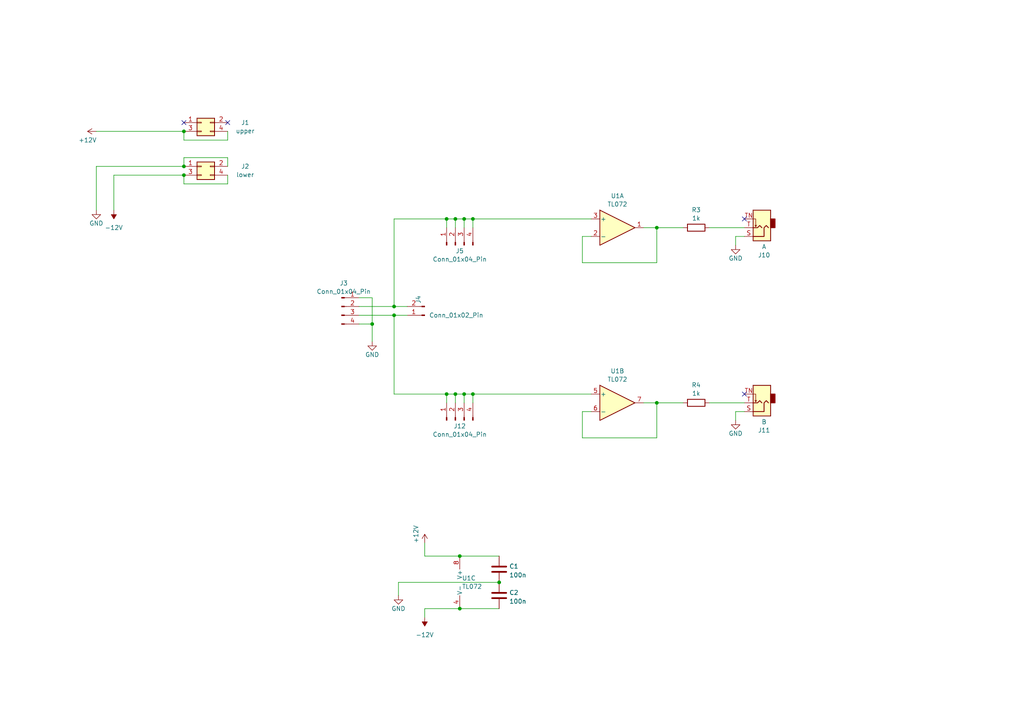
<source format=kicad_sch>
(kicad_sch (version 20230121) (generator eeschema)
  (paper "A4")
  (title_block (title "Eurorack Audio-Output breakout") (date "2023-11-23") (rev "v1") (company "moPsy"))
  (lib_symbols
    (symbol "Amplifier_Operational:TL072" (pin_names (offset 0.127))
      (property "Reference" "U" (at 0 5.08 0))
      (property "Value" "TL072" (at 0 -5.08 0))
      (symbol "TL072_1_1"
        (polyline (pts (xy -5.08 5.08) (xy 5.08 0) (xy -5.08 -5.08) (xy -5.08 5.08)) (stroke (width 0.254)) (fill (type background)))
        (pin output line (at 7.62 0 180) (length 2.54) (name "~") (number "1"))
        (pin input line (at -7.62 -2.54 0) (length 2.54) (name "-") (number "2"))
        (pin input line (at -7.62 2.54 0) (length 2.54) (name "+") (number "3"))
      )
      (symbol "TL072_2_1"
        (polyline (pts (xy -5.08 5.08) (xy 5.08 0) (xy -5.08 -5.08) (xy -5.08 5.08)) (stroke (width 0.254)) (fill (type background)))
        (pin input line (at -7.62 2.54 0) (length 2.54) (name "+") (number "5"))
        (pin input line (at -7.62 -2.54 0) (length 2.54) (name "-") (number "6"))
        (pin output line (at 7.62 0 180) (length 2.54) (name "~") (number "7"))
      )
      (symbol "TL072_3_1"
        (pin power_in line (at -2.54 -7.62 90) (length 3.81) (name "V-") (number "4"))
        (pin power_in line (at -2.54 7.62 270) (length 3.81) (name "V+") (number "8"))
      )
    )
    (symbol "Connector:AudioJack2_Ground_SwitchT"
      (property "Reference" "J?" (at -0.635 8.89 0))
      (property "Value" "IN1" (at -0.635 6.35 0))
      (symbol "AudioJack2_Ground_SwitchT_0_1"
        (rectangle (start -2.54 0) (end -3.81 -2.54) (stroke (width 0.254)) (fill (type outline)))
        (polyline (pts (xy 1.778 -0.254) (xy 2.032 -0.762)))
        (polyline (pts (xy 0 0) (xy 0.635 -0.635) (xy 1.27 0) (xy 2.54 0)) (stroke (width 0.254)))
        (polyline (pts (xy 2.54 -2.54) (xy 1.778 -2.54) (xy 1.778 -0.254) (xy 1.524 -0.762)))
        (polyline (pts (xy 2.54 2.54) (xy -0.635 2.54) (xy -0.635 0) (xy -1.27 -0.635) (xy -1.905 0)) (stroke (width 0.254)))
        (rectangle (start 2.54 3.81) (end -2.54 -5.08) (stroke (width 0.254)) (fill (type background)))
      )
      (symbol "AudioJack2_Ground_SwitchT_1_1"
        (pin passive line (at 5.08 2.54 180) (length 2.54) (name "~") (number "S"))
        (pin passive line (at 5.08 0 180) (length 2.54) (name "~") (number "T"))
        (pin passive line (at 5.08 -2.54 180) (length 2.54) (name "~") (number "TN"))
      )
    )
    (symbol "Connector:Conn_01x02_Pin" (pin_names (offset 1.016) hide)
      (property "Reference" "J" (at 0 2.54 0))
      (property "Value" "Conn_01x02_Pin" (at 0 -5.08 0))
      (symbol "Conn_01x02_Pin_1_1"
        (polyline (pts (xy 1.27 -2.54) (xy 0.8636 -2.54)) (stroke (width 0.1524)))
        (polyline (pts (xy 1.27 0) (xy 0.8636 0)) (stroke (width 0.1524)))
        (rectangle (start 0.8636 -2.413) (end 0 -2.667) (stroke (width 0.1524)) (fill (type outline)))
        (rectangle (start 0.8636 0.127) (end 0 -0.127) (stroke (width 0.1524)) (fill (type outline)))
        (pin passive line (at 5.08 0 180) (length 3.81) (name "Pin_1") (number "1"))
        (pin passive line (at 5.08 -2.54 180) (length 3.81) (name "Pin_2") (number "2"))
      )
    )
    (symbol "Connector:Conn_01x04_Pin" (pin_names (offset 1.016) hide)
      (property "Reference" "J" (at 0 5.08 0))
      (property "Value" "Conn_01x04_Pin" (at 0 -7.62 0))
      (symbol "Conn_01x04_Pin_1_1"
        (polyline (pts (xy 1.27 -5.08) (xy 0.8636 -5.08)) (stroke (width 0.1524)))
        (polyline (pts (xy 1.27 -2.54) (xy 0.8636 -2.54)) (stroke (width 0.1524)))
        (polyline (pts (xy 1.27 0) (xy 0.8636 0)) (stroke (width 0.1524)))
        (polyline (pts (xy 1.27 2.54) (xy 0.8636 2.54)) (stroke (width 0.1524)))
        (rectangle (start 0.8636 -4.953) (end 0 -5.207) (stroke (width 0.1524)) (fill (type outline)))
        (rectangle (start 0.8636 -2.413) (end 0 -2.667) (stroke (width 0.1524)) (fill (type outline)))
        (rectangle (start 0.8636 0.127) (end 0 -0.127) (stroke (width 0.1524)) (fill (type outline)))
        (rectangle (start 0.8636 2.667) (end 0 2.413) (stroke (width 0.1524)) (fill (type outline)))
        (pin passive line (at 5.08 2.54 180) (length 3.81) (name "Pin_1") (number "1"))
        (pin passive line (at 5.08 0 180) (length 3.81) (name "Pin_2") (number "2"))
        (pin passive line (at 5.08 -2.54 180) (length 3.81) (name "Pin_3") (number "3"))
        (pin passive line (at 5.08 -5.08 180) (length 3.81) (name "Pin_4") (number "4"))
      )
    )
    (symbol "Connector_Generic:Conn_02x02_Odd_Even" (pin_names (offset 1.016) hide)
      (property "Reference" "J" (at 1.27 2.54 0))
      (property "Value" "Conn_02x02_Odd_Even" (at 1.27 -5.08 0))
      (symbol "Conn_02x02_Odd_Even_1_1"
        (rectangle (start -1.27 -2.413) (end 0 -2.667) (stroke (width 0.1524)))
        (rectangle (start -1.27 0.127) (end 0 -0.127) (stroke (width 0.1524)))
        (rectangle (start -1.27 1.27) (end 3.81 -3.81) (stroke (width 0.254)) (fill (type background)))
        (rectangle (start 3.81 -2.413) (end 2.54 -2.667) (stroke (width 0.1524)))
        (rectangle (start 3.81 0.127) (end 2.54 -0.127) (stroke (width 0.1524)))
        (pin passive line (at -5.08 0 0) (length 3.81) (name "Pin_1") (number "1"))
        (pin passive line (at 7.62 0 180) (length 3.81) (name "Pin_2") (number "2"))
        (pin passive line (at -5.08 -2.54 0) (length 3.81) (name "Pin_3") (number "3"))
        (pin passive line (at 7.62 -2.54 180) (length 3.81) (name "Pin_4") (number "4"))
      )
    )
    (symbol "Device:C" (pin_numbers hide) (pin_names (offset 0.254))
      (property "Reference" "C" (at 0.635 2.54 0))
      (property "Value" "C" (at 0.635 -2.54 0))
      (symbol "C_0_1"
        (polyline (pts (xy -2.032 -0.762) (xy 2.032 -0.762)) (stroke (width 0.508)))
        (polyline (pts (xy -2.032 0.762) (xy 2.032 0.762)) (stroke (width 0.508)))
      )
      (symbol "C_1_1"
        (pin passive line (at 0 3.81 270) (length 2.794) (name "~") (number "1"))
        (pin passive line (at 0 -3.81 90) (length 2.794) (name "~") (number "2"))
      )
    )
    (symbol "Device:R" (pin_numbers hide) (pin_names (offset 0))
      (property "Reference" "R" (at 2.032 0 90))
      (property "Value" "R" (at 0 0 90))
      (symbol "R_0_1"
        (rectangle (start -1.016 -2.54) (end 1.016 2.54) (stroke (width 0.254)))
      )
      (symbol "R_1_1"
        (pin passive line (at 0 3.81 270) (length 1.27) (name "~") (number "1"))
        (pin passive line (at 0 -3.81 90) (length 1.27) (name "~") (number "2"))
      )
    )
    (symbol "power:+12V" (power) (pin_names (offset 0))
      (property "Value" "+12V" (at 0 3.556 0))
      (symbol "+12V_0_1"
        (polyline (pts (xy -0.762 1.27) (xy 0 2.54)))
        (polyline (pts (xy 0 0) (xy 0 2.54)))
        (polyline (pts (xy 0 2.54) (xy 0.762 1.27)))
      )
      (symbol "+12V_1_1"
        (pin power_in line (at 0 0 90) (length 0) hide (name "+12V") (number "1"))
      )
    )
    (symbol "power:-12V" (power) (pin_names (offset 0))
      (property "Value" "-12V" (at 0 3.81 0))
      (symbol "-12V_0_0"
        (pin power_in line (at 0 0 90) (length 0) hide (name "-12V") (number "1"))
      )
      (symbol "-12V_0_1"
        (polyline (pts (xy 0 0) (xy 0 1.27) (xy 0.762 1.27) (xy 0 2.54) (xy -0.762 1.27) (xy 0 1.27)) (fill (type outline)))
      )
    )
    (symbol "power:GND" (power) (pin_names (offset 0))
      (property "Value" "GND" (at 0 -3.81 0))
      (symbol "GND_0_1"
        (polyline (pts (xy 0 0) (xy 0 -1.27) (xy 1.27 -1.27) (xy 0 -2.54) (xy -1.27 -1.27) (xy 0 -1.27)))
      )
      (symbol "GND_1_1"
        (pin power_in line (at 0 0 270) (length 0) hide (name "GND") (number "1"))
      )
    )
  )
  (junction (at 107.95 93.98))
  (junction (at 134.62 63.5))
  (junction (at 114.3 88.9))
  (junction (at 134.62 114.3))
  (junction (at 114.3 91.44))
  (junction (at 129.54 63.5))
  (junction (at 129.54 114.3))
  (junction (at 132.08 63.5))
  (junction (at 132.08 114.3))
  (junction (at 53.34 48.26))
  (junction (at 53.34 50.8))
  (junction (at 53.34 38.1))
  (junction (at 133.35 161.29))
  (junction (at 190.5 116.84))
  (junction (at 137.16 63.5))
  (junction (at 133.35 176.53))
  (junction (at 190.5 66.04))
  (junction (at 144.78 168.91))
  (junction (at 137.16 114.3))
  (no_connect (at 215.9 63.5))
  (no_connect (at 66.04 35.56))
  (no_connect (at 215.9 114.3))
  (no_connect (at 53.34 35.56))
  (wire (pts (xy 114.3 91.44) (xy 118.11 91.44)))
  (wire (pts (xy 66.04 38.1) (xy 66.04 40.64)))
  (wire (pts (xy 114.3 114.3) (xy 129.54 114.3)))
  (wire (pts (xy 132.08 63.5) (xy 134.62 63.5)))
  (wire (pts (xy 66.04 45.72) (xy 53.34 45.72)))
  (wire (pts (xy 123.19 176.53) (xy 133.35 176.53)))
  (wire (pts (xy 213.36 119.38) (xy 213.36 121.92)))
  (wire (pts (xy 190.5 66.04) (xy 190.5 76.2)))
  (wire (pts (xy 168.91 68.58) (xy 171.45 68.58)))
  (wire (pts (xy 190.5 116.84) (xy 190.5 127)))
  (wire (pts (xy 104.14 86.36) (xy 107.95 86.36)))
  (wire (pts (xy 190.5 116.84) (xy 198.12 116.84)))
  (wire (pts (xy 215.9 68.58) (xy 213.36 68.58)))
  (wire (pts (xy 115.57 172.72) (xy 115.57 168.91)))
  (wire (pts (xy 33.02 60.96) (xy 33.02 50.8)))
  (wire (pts (xy 27.94 38.1) (xy 53.34 38.1)))
  (wire (pts (xy 215.9 119.38) (xy 213.36 119.38)))
  (wire (pts (xy 114.3 88.9) (xy 118.11 88.9)))
  (wire (pts (xy 66.04 48.26) (xy 66.04 45.72)))
  (wire (pts (xy 190.5 127) (xy 168.91 127)))
  (wire (pts (xy 168.91 119.38) (xy 171.45 119.38)))
  (wire (pts (xy 104.14 88.9) (xy 114.3 88.9)))
  (wire (pts (xy 129.54 114.3) (xy 129.54 116.84)))
  (wire (pts (xy 129.54 63.5) (xy 132.08 63.5)))
  (wire (pts (xy 53.34 45.72) (xy 53.34 48.26)))
  (wire (pts (xy 205.74 66.04) (xy 215.9 66.04)))
  (wire (pts (xy 205.74 116.84) (xy 215.9 116.84)))
  (wire (pts (xy 137.16 63.5) (xy 137.16 66.04)))
  (wire (pts (xy 168.91 127) (xy 168.91 119.38)))
  (wire (pts (xy 134.62 114.3) (xy 134.62 116.84)))
  (wire (pts (xy 134.62 63.5) (xy 137.16 63.5)))
  (wire (pts (xy 132.08 114.3) (xy 132.08 116.84)))
  (wire (pts (xy 132.08 63.5) (xy 132.08 66.04)))
  (wire (pts (xy 53.34 53.34) (xy 53.34 50.8)))
  (wire (pts (xy 66.04 53.34) (xy 53.34 53.34)))
  (wire (pts (xy 123.19 161.29) (xy 133.35 161.29)))
  (wire (pts (xy 137.16 63.5) (xy 171.45 63.5)))
  (wire (pts (xy 107.95 86.36) (xy 107.95 93.98)))
  (wire (pts (xy 27.94 60.96) (xy 27.94 48.26)))
  (wire (pts (xy 114.3 63.5) (xy 129.54 63.5)))
  (wire (pts (xy 186.69 66.04) (xy 190.5 66.04)))
  (wire (pts (xy 66.04 40.64) (xy 53.34 40.64)))
  (wire (pts (xy 27.94 48.26) (xy 53.34 48.26)))
  (wire (pts (xy 137.16 114.3) (xy 171.45 114.3)))
  (wire (pts (xy 186.69 116.84) (xy 190.5 116.84)))
  (wire (pts (xy 66.04 50.8) (xy 66.04 53.34)))
  (wire (pts (xy 132.08 114.3) (xy 134.62 114.3)))
  (wire (pts (xy 114.3 91.44) (xy 114.3 114.3)))
  (wire (pts (xy 129.54 114.3) (xy 132.08 114.3)))
  (wire (pts (xy 53.34 38.1) (xy 53.34 40.64)))
  (wire (pts (xy 133.35 176.53) (xy 144.78 176.53)))
  (wire (pts (xy 137.16 114.3) (xy 137.16 116.84)))
  (wire (pts (xy 115.57 168.91) (xy 144.78 168.91)))
  (wire (pts (xy 134.62 63.5) (xy 134.62 66.04)))
  (wire (pts (xy 123.19 161.29) (xy 123.19 157.48)))
  (wire (pts (xy 114.3 88.9) (xy 114.3 63.5)))
  (wire (pts (xy 107.95 93.98) (xy 107.95 99.06)))
  (wire (pts (xy 123.19 179.07) (xy 123.19 176.53)))
  (wire (pts (xy 104.14 93.98) (xy 107.95 93.98)))
  (wire (pts (xy 168.91 76.2) (xy 168.91 68.58)))
  (wire (pts (xy 190.5 76.2) (xy 168.91 76.2)))
  (wire (pts (xy 33.02 50.8) (xy 53.34 50.8)))
  (wire (pts (xy 213.36 68.58) (xy 213.36 71.12)))
  (wire (pts (xy 134.62 114.3) (xy 137.16 114.3)))
  (wire (pts (xy 133.35 161.29) (xy 144.78 161.29)))
  (wire (pts (xy 129.54 63.5) (xy 129.54 66.04)))
  (wire (pts (xy 190.5 66.04) (xy 198.12 66.04)))
  (wire (pts (xy 104.14 91.44) (xy 114.3 91.44)))
  (symbol (lib_id "power:+12V") (at 123.19 157.48 0) (unit 1)
    (property "Reference" "#PWR06" (effects hide))
    (property "Value" "+12V" (at 120.65 154.94 90))
  )
  (symbol (lib_id "Connector:Conn_01x04_Pin") (at 132.08 71.12 90) (unit 1)
    (property "Reference" "J5" (at 133.35 72.7893 90))
    (property "Value" "Conn_01x04_Pin" (at 133.35 75.2135 90))
    (property "Footprint" "Connector_PinHeader_2.54mm:PinHeader_1x04_P2.54mm_Vertical" (effects hide))
  )
  (symbol (lib_id "power:-12V") (at 33.02 60.96 180) (unit 1)
    (property "Reference" "#PWR03" (effects hide))
    (property "Value" "-12V" (at 33.02 66.04 0))
  )
  (symbol (lib_id "Connector:Conn_01x02_Pin") (at 123.19 91.44 180) (unit 1)
    (property "Reference" "J4" (at 121.3429 88.0618 90) (effects (justify right)))
    (property "Value" "Conn_01x02_Pin" (at 124.46 91.44 0) (effects (justify right)))
    (property "Footprint" "Connector_PinHeader_2.54mm:PinHeader_1x02_P2.54mm_Vertical" (effects hide))
  )
  (symbol (lib_id "Connector_Generic:Conn_02x02_Odd_Even") (at 58.42 35.56 0) (unit 1)
    (property "Reference" "J1" (at 71.12 35.56 0))
    (property "Value" "upper" (at 71.12 37.9898 0))
    (property "Footprint" "Connector_PinHeader_2.54mm:PinHeader_2x02_P2.54mm_Vertical" (effects hide))
  )
  (symbol (lib_id "Device:C") (at 144.78 165.1 0) (unit 1)
    (property "Reference" "C1" (at 147.701 164.2653 0) (effects (justify left)))
    (property "Value" "100n" (at 147.701 166.8022 0) (effects (justify left)))
    (property "Footprint" "Capacitor_THT:C_Disc_D4.3mm_W1.9mm_P5.00mm" (effects hide))
  )
  (symbol (lib_id "Device:R") (at 201.93 66.04 90) (unit 1)
    (property "Reference" "R3" (at 201.93 60.8797 90))
    (property "Value" "1k" (at 201.93 63.3039 90))
    (property "Footprint" "Resistor_THT:R_Axial_DIN0207_L6.3mm_D2.5mm_P7.62mm_Horizontal" (effects hide))
  )
  (symbol (lib_id "Device:R") (at 201.93 116.84 90) (unit 1)
    (property "Reference" "R4" (at 201.93 111.6797 90))
    (property "Value" "1k" (at 201.93 114.1039 90))
    (property "Footprint" "Resistor_THT:R_Axial_DIN0207_L6.3mm_D2.5mm_P7.62mm_Horizontal" (effects hide))
  )
  (symbol (lib_id "power:+12V") (at 27.94 38.1 90) (unit 1)
    (property "Reference" "#PWR01" (effects hide))
    (property "Value" "+12V" (at 25.4 40.64 90))
  )
  (symbol (lib_id "Device:C") (at 144.78 172.72 0) (unit 1)
    (property "Reference" "C2" (at 147.701 171.8853 0) (effects (justify left)))
    (property "Value" "100n" (at 147.701 174.4222 0) (effects (justify left)))
    (property "Footprint" "Capacitor_THT:C_Disc_D4.3mm_W1.9mm_P5.00mm" (effects hide))
  )
  (symbol (lib_id "Connector:Conn_01x04_Pin") (at 132.08 121.92 90) (unit 1)
    (property "Reference" "J12" (at 133.35 123.5893 90))
    (property "Value" "Conn_01x04_Pin" (at 133.35 126.0135 90))
    (property "Footprint" "Connector_PinHeader_2.54mm:PinHeader_1x04_P2.54mm_Vertical" (effects hide))
  )
  (symbol (lib_id "Connector_Generic:Conn_02x02_Odd_Even") (at 58.42 48.26 0) (unit 1)
    (property "Reference" "J2" (at 71.12 48.26 0))
    (property "Value" "lower" (at 71.12 50.6898 0))
    (property "Footprint" "Connector_PinHeader_2.54mm:PinHeader_2x02_P2.54mm_Vertical" (effects hide))
  )
  (symbol (lib_id "Amplifier_Operational:TL072") (at 135.89 168.91 0) (unit 3)
    (property "Reference" "U1" (at 133.985 167.6979 0) (effects (justify left)))
    (property "Value" "TL072" (at 133.985 170.1221 0) (effects (justify left)))
    (property "Footprint" "Package_DIP:DIP-8_W10.16mm" (effects hide))
    (property "Datasheet" "http://www.ti.com/lit/ds/symlink/tl071.pdf" (effects hide))
  )
  (symbol (lib_id "Connector:AudioJack2_Ground_SwitchT") (at 220.98 116.84 180) (unit 1)
    (property "Reference" "J11" (at 221.615 124.7943 0))
    (property "Value" "B" (at 221.615 122.3701 0))
    (property "Footprint" "moPsy:Jack_3.5mm_QingPu_WQP-PJ398SM_Vertical_CircularHoles_Centered" (effects hide))
  )
  (symbol (lib_id "power:GND") (at 107.95 99.06 0) (unit 1)
    (property "Reference" "#PWR04" (effects hide))
    (property "Value" "GND" (at 107.95 102.87 0))
  )
  (symbol (lib_id "power:GND") (at 213.36 71.12 0) (unit 1)
    (property "Reference" "#PWR010" (effects hide))
    (property "Value" "GND" (at 213.36 74.93 0))
  )
  (symbol (lib_id "power:GND") (at 213.36 121.92 0) (unit 1)
    (property "Reference" "#PWR011" (effects hide))
    (property "Value" "GND" (at 213.36 125.73 0))
  )
  (symbol (lib_id "Amplifier_Operational:TL072") (at 179.07 66.04 0) (unit 1)
    (property "Reference" "U1" (at 179.07 56.8157 0))
    (property "Value" "TL072" (at 179.07 59.2399 0))
    (property "Footprint" "Package_DIP:DIP-8_W10.16mm" (effects hide))
    (property "Datasheet" "http://www.ti.com/lit/ds/symlink/tl071.pdf" (effects hide))
  )
  (symbol (lib_id "power:GND") (at 115.57 172.72 0) (unit 1)
    (property "Reference" "#PWR05" (effects hide))
    (property "Value" "GND" (at 115.57 176.53 0))
  )
  (symbol (lib_id "power:-12V") (at 123.19 179.07 180) (unit 1)
    (property "Reference" "#PWR07" (effects hide))
    (property "Value" "-12V" (at 123.19 184.15 0))
  )
  (symbol (lib_id "Amplifier_Operational:TL072") (at 179.07 116.84 0) (unit 2)
    (property "Reference" "U1" (at 179.07 107.6157 0))
    (property "Value" "TL072" (at 179.07 110.0399 0))
    (property "Footprint" "Package_DIP:DIP-8_W10.16mm" (effects hide))
    (property "Datasheet" "http://www.ti.com/lit/ds/symlink/tl071.pdf" (effects hide))
  )
  (symbol (lib_id "Connector:Conn_01x04_Pin") (at 99.06 88.9 0) (unit 1)
    (property "Reference" "J3" (at 99.695 82.1395 0))
    (property "Value" "Conn_01x04_Pin" (at 99.695 84.5637 0))
    (property "Footprint" "Connector_PinHeader_2.54mm:PinHeader_1x04_P2.54mm_Vertical" (effects hide))
  )
  (symbol (lib_id "power:GND") (at 27.94 60.96 0) (unit 1)
    (property "Reference" "#PWR02" (effects hide))
    (property "Value" "GND" (at 27.94 64.77 0))
  )
  (symbol (lib_id "Connector:AudioJack2_Ground_SwitchT") (at 220.98 66.04 180) (unit 1)
    (property "Reference" "J10" (at 221.615 73.9943 0))
    (property "Value" "A" (at 221.615 71.5701 0))
    (property "Footprint" "moPsy:Jack_3.5mm_QingPu_WQP-PJ398SM_Vertical_CircularHoles_Centered" (effects hide))
  )
)
</source>
